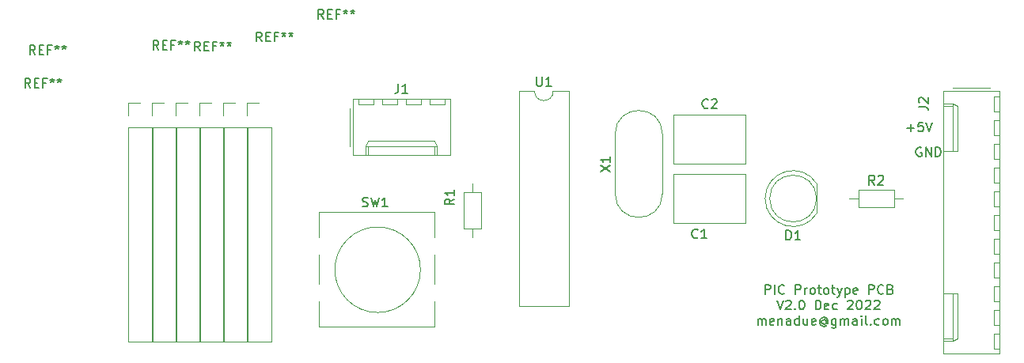
<source format=gbr>
%TF.GenerationSoftware,KiCad,Pcbnew,5.1.5+dfsg1-2build2*%
%TF.CreationDate,2022-12-31T14:04:58+00:00*%
%TF.ProjectId,pic_proto1,7069635f-7072-46f7-946f-312e6b696361,rev?*%
%TF.SameCoordinates,Original*%
%TF.FileFunction,Legend,Top*%
%TF.FilePolarity,Positive*%
%FSLAX46Y46*%
G04 Gerber Fmt 4.6, Leading zero omitted, Abs format (unit mm)*
G04 Created by KiCad (PCBNEW 5.1.5+dfsg1-2build2) date 2022-12-31 14:04:58*
%MOMM*%
%LPD*%
G04 APERTURE LIST*
%ADD10C,0.150000*%
%ADD11C,0.120000*%
G04 APERTURE END LIST*
D10*
X208026095Y-54237000D02*
X207930857Y-54189380D01*
X207788000Y-54189380D01*
X207645142Y-54237000D01*
X207549904Y-54332238D01*
X207502285Y-54427476D01*
X207454666Y-54617952D01*
X207454666Y-54760809D01*
X207502285Y-54951285D01*
X207549904Y-55046523D01*
X207645142Y-55141761D01*
X207788000Y-55189380D01*
X207883238Y-55189380D01*
X208026095Y-55141761D01*
X208073714Y-55094142D01*
X208073714Y-54760809D01*
X207883238Y-54760809D01*
X208502285Y-55189380D02*
X208502285Y-54189380D01*
X209073714Y-55189380D01*
X209073714Y-54189380D01*
X209549904Y-55189380D02*
X209549904Y-54189380D01*
X209788000Y-54189380D01*
X209930857Y-54237000D01*
X210026095Y-54332238D01*
X210073714Y-54427476D01*
X210121333Y-54617952D01*
X210121333Y-54760809D01*
X210073714Y-54951285D01*
X210026095Y-55046523D01*
X209930857Y-55141761D01*
X209788000Y-55189380D01*
X209549904Y-55189380D01*
X206486285Y-52141428D02*
X207248190Y-52141428D01*
X206867238Y-52522380D02*
X206867238Y-51760476D01*
X208200571Y-51522380D02*
X207724380Y-51522380D01*
X207676761Y-51998571D01*
X207724380Y-51950952D01*
X207819619Y-51903333D01*
X208057714Y-51903333D01*
X208152952Y-51950952D01*
X208200571Y-51998571D01*
X208248190Y-52093809D01*
X208248190Y-52331904D01*
X208200571Y-52427142D01*
X208152952Y-52474761D01*
X208057714Y-52522380D01*
X207819619Y-52522380D01*
X207724380Y-52474761D01*
X207676761Y-52427142D01*
X208533904Y-51522380D02*
X208867238Y-52522380D01*
X209200571Y-51522380D01*
X191310476Y-69922380D02*
X191310476Y-68922380D01*
X191691428Y-68922380D01*
X191786666Y-68970000D01*
X191834285Y-69017619D01*
X191881904Y-69112857D01*
X191881904Y-69255714D01*
X191834285Y-69350952D01*
X191786666Y-69398571D01*
X191691428Y-69446190D01*
X191310476Y-69446190D01*
X192310476Y-69922380D02*
X192310476Y-68922380D01*
X193358095Y-69827142D02*
X193310476Y-69874761D01*
X193167619Y-69922380D01*
X193072380Y-69922380D01*
X192929523Y-69874761D01*
X192834285Y-69779523D01*
X192786666Y-69684285D01*
X192739047Y-69493809D01*
X192739047Y-69350952D01*
X192786666Y-69160476D01*
X192834285Y-69065238D01*
X192929523Y-68970000D01*
X193072380Y-68922380D01*
X193167619Y-68922380D01*
X193310476Y-68970000D01*
X193358095Y-69017619D01*
X194548571Y-69922380D02*
X194548571Y-68922380D01*
X194929523Y-68922380D01*
X195024761Y-68970000D01*
X195072380Y-69017619D01*
X195120000Y-69112857D01*
X195120000Y-69255714D01*
X195072380Y-69350952D01*
X195024761Y-69398571D01*
X194929523Y-69446190D01*
X194548571Y-69446190D01*
X195548571Y-69922380D02*
X195548571Y-69255714D01*
X195548571Y-69446190D02*
X195596190Y-69350952D01*
X195643809Y-69303333D01*
X195739047Y-69255714D01*
X195834285Y-69255714D01*
X196310476Y-69922380D02*
X196215238Y-69874761D01*
X196167619Y-69827142D01*
X196120000Y-69731904D01*
X196120000Y-69446190D01*
X196167619Y-69350952D01*
X196215238Y-69303333D01*
X196310476Y-69255714D01*
X196453333Y-69255714D01*
X196548571Y-69303333D01*
X196596190Y-69350952D01*
X196643809Y-69446190D01*
X196643809Y-69731904D01*
X196596190Y-69827142D01*
X196548571Y-69874761D01*
X196453333Y-69922380D01*
X196310476Y-69922380D01*
X196929523Y-69255714D02*
X197310476Y-69255714D01*
X197072380Y-68922380D02*
X197072380Y-69779523D01*
X197120000Y-69874761D01*
X197215238Y-69922380D01*
X197310476Y-69922380D01*
X197786666Y-69922380D02*
X197691428Y-69874761D01*
X197643809Y-69827142D01*
X197596190Y-69731904D01*
X197596190Y-69446190D01*
X197643809Y-69350952D01*
X197691428Y-69303333D01*
X197786666Y-69255714D01*
X197929523Y-69255714D01*
X198024761Y-69303333D01*
X198072380Y-69350952D01*
X198120000Y-69446190D01*
X198120000Y-69731904D01*
X198072380Y-69827142D01*
X198024761Y-69874761D01*
X197929523Y-69922380D01*
X197786666Y-69922380D01*
X198405714Y-69255714D02*
X198786666Y-69255714D01*
X198548571Y-68922380D02*
X198548571Y-69779523D01*
X198596190Y-69874761D01*
X198691428Y-69922380D01*
X198786666Y-69922380D01*
X199024761Y-69255714D02*
X199262857Y-69922380D01*
X199500952Y-69255714D02*
X199262857Y-69922380D01*
X199167619Y-70160476D01*
X199120000Y-70208095D01*
X199024761Y-70255714D01*
X199881904Y-69255714D02*
X199881904Y-70255714D01*
X199881904Y-69303333D02*
X199977142Y-69255714D01*
X200167619Y-69255714D01*
X200262857Y-69303333D01*
X200310476Y-69350952D01*
X200358095Y-69446190D01*
X200358095Y-69731904D01*
X200310476Y-69827142D01*
X200262857Y-69874761D01*
X200167619Y-69922380D01*
X199977142Y-69922380D01*
X199881904Y-69874761D01*
X201167619Y-69874761D02*
X201072380Y-69922380D01*
X200881904Y-69922380D01*
X200786666Y-69874761D01*
X200739047Y-69779523D01*
X200739047Y-69398571D01*
X200786666Y-69303333D01*
X200881904Y-69255714D01*
X201072380Y-69255714D01*
X201167619Y-69303333D01*
X201215238Y-69398571D01*
X201215238Y-69493809D01*
X200739047Y-69589047D01*
X202405714Y-69922380D02*
X202405714Y-68922380D01*
X202786666Y-68922380D01*
X202881904Y-68970000D01*
X202929523Y-69017619D01*
X202977142Y-69112857D01*
X202977142Y-69255714D01*
X202929523Y-69350952D01*
X202881904Y-69398571D01*
X202786666Y-69446190D01*
X202405714Y-69446190D01*
X203977142Y-69827142D02*
X203929523Y-69874761D01*
X203786666Y-69922380D01*
X203691428Y-69922380D01*
X203548571Y-69874761D01*
X203453333Y-69779523D01*
X203405714Y-69684285D01*
X203358095Y-69493809D01*
X203358095Y-69350952D01*
X203405714Y-69160476D01*
X203453333Y-69065238D01*
X203548571Y-68970000D01*
X203691428Y-68922380D01*
X203786666Y-68922380D01*
X203929523Y-68970000D01*
X203977142Y-69017619D01*
X204739047Y-69398571D02*
X204881904Y-69446190D01*
X204929523Y-69493809D01*
X204977142Y-69589047D01*
X204977142Y-69731904D01*
X204929523Y-69827142D01*
X204881904Y-69874761D01*
X204786666Y-69922380D01*
X204405714Y-69922380D01*
X204405714Y-68922380D01*
X204739047Y-68922380D01*
X204834285Y-68970000D01*
X204881904Y-69017619D01*
X204929523Y-69112857D01*
X204929523Y-69208095D01*
X204881904Y-69303333D01*
X204834285Y-69350952D01*
X204739047Y-69398571D01*
X204405714Y-69398571D01*
X192572380Y-70572380D02*
X192905714Y-71572380D01*
X193239047Y-70572380D01*
X193524761Y-70667619D02*
X193572380Y-70620000D01*
X193667619Y-70572380D01*
X193905714Y-70572380D01*
X194000952Y-70620000D01*
X194048571Y-70667619D01*
X194096190Y-70762857D01*
X194096190Y-70858095D01*
X194048571Y-71000952D01*
X193477142Y-71572380D01*
X194096190Y-71572380D01*
X194524761Y-71477142D02*
X194572380Y-71524761D01*
X194524761Y-71572380D01*
X194477142Y-71524761D01*
X194524761Y-71477142D01*
X194524761Y-71572380D01*
X195191428Y-70572380D02*
X195286666Y-70572380D01*
X195381904Y-70620000D01*
X195429523Y-70667619D01*
X195477142Y-70762857D01*
X195524761Y-70953333D01*
X195524761Y-71191428D01*
X195477142Y-71381904D01*
X195429523Y-71477142D01*
X195381904Y-71524761D01*
X195286666Y-71572380D01*
X195191428Y-71572380D01*
X195096190Y-71524761D01*
X195048571Y-71477142D01*
X195000952Y-71381904D01*
X194953333Y-71191428D01*
X194953333Y-70953333D01*
X195000952Y-70762857D01*
X195048571Y-70667619D01*
X195096190Y-70620000D01*
X195191428Y-70572380D01*
X196715238Y-71572380D02*
X196715238Y-70572380D01*
X196953333Y-70572380D01*
X197096190Y-70620000D01*
X197191428Y-70715238D01*
X197239047Y-70810476D01*
X197286666Y-71000952D01*
X197286666Y-71143809D01*
X197239047Y-71334285D01*
X197191428Y-71429523D01*
X197096190Y-71524761D01*
X196953333Y-71572380D01*
X196715238Y-71572380D01*
X198096190Y-71524761D02*
X198000952Y-71572380D01*
X197810476Y-71572380D01*
X197715238Y-71524761D01*
X197667619Y-71429523D01*
X197667619Y-71048571D01*
X197715238Y-70953333D01*
X197810476Y-70905714D01*
X198000952Y-70905714D01*
X198096190Y-70953333D01*
X198143809Y-71048571D01*
X198143809Y-71143809D01*
X197667619Y-71239047D01*
X199000952Y-71524761D02*
X198905714Y-71572380D01*
X198715238Y-71572380D01*
X198620000Y-71524761D01*
X198572380Y-71477142D01*
X198524761Y-71381904D01*
X198524761Y-71096190D01*
X198572380Y-71000952D01*
X198620000Y-70953333D01*
X198715238Y-70905714D01*
X198905714Y-70905714D01*
X199000952Y-70953333D01*
X200143809Y-70667619D02*
X200191428Y-70620000D01*
X200286666Y-70572380D01*
X200524761Y-70572380D01*
X200620000Y-70620000D01*
X200667619Y-70667619D01*
X200715238Y-70762857D01*
X200715238Y-70858095D01*
X200667619Y-71000952D01*
X200096190Y-71572380D01*
X200715238Y-71572380D01*
X201334285Y-70572380D02*
X201429523Y-70572380D01*
X201524761Y-70620000D01*
X201572380Y-70667619D01*
X201620000Y-70762857D01*
X201667619Y-70953333D01*
X201667619Y-71191428D01*
X201620000Y-71381904D01*
X201572380Y-71477142D01*
X201524761Y-71524761D01*
X201429523Y-71572380D01*
X201334285Y-71572380D01*
X201239047Y-71524761D01*
X201191428Y-71477142D01*
X201143809Y-71381904D01*
X201096190Y-71191428D01*
X201096190Y-70953333D01*
X201143809Y-70762857D01*
X201191428Y-70667619D01*
X201239047Y-70620000D01*
X201334285Y-70572380D01*
X202048571Y-70667619D02*
X202096190Y-70620000D01*
X202191428Y-70572380D01*
X202429523Y-70572380D01*
X202524761Y-70620000D01*
X202572380Y-70667619D01*
X202620000Y-70762857D01*
X202620000Y-70858095D01*
X202572380Y-71000952D01*
X202000952Y-71572380D01*
X202620000Y-71572380D01*
X203000952Y-70667619D02*
X203048571Y-70620000D01*
X203143809Y-70572380D01*
X203381904Y-70572380D01*
X203477142Y-70620000D01*
X203524761Y-70667619D01*
X203572380Y-70762857D01*
X203572380Y-70858095D01*
X203524761Y-71000952D01*
X202953333Y-71572380D01*
X203572380Y-71572380D01*
X190524761Y-73222380D02*
X190524761Y-72555714D01*
X190524761Y-72650952D02*
X190572380Y-72603333D01*
X190667619Y-72555714D01*
X190810476Y-72555714D01*
X190905714Y-72603333D01*
X190953333Y-72698571D01*
X190953333Y-73222380D01*
X190953333Y-72698571D02*
X191000952Y-72603333D01*
X191096190Y-72555714D01*
X191239047Y-72555714D01*
X191334285Y-72603333D01*
X191381904Y-72698571D01*
X191381904Y-73222380D01*
X192239047Y-73174761D02*
X192143809Y-73222380D01*
X191953333Y-73222380D01*
X191858095Y-73174761D01*
X191810476Y-73079523D01*
X191810476Y-72698571D01*
X191858095Y-72603333D01*
X191953333Y-72555714D01*
X192143809Y-72555714D01*
X192239047Y-72603333D01*
X192286666Y-72698571D01*
X192286666Y-72793809D01*
X191810476Y-72889047D01*
X192715238Y-72555714D02*
X192715238Y-73222380D01*
X192715238Y-72650952D02*
X192762857Y-72603333D01*
X192858095Y-72555714D01*
X193000952Y-72555714D01*
X193096190Y-72603333D01*
X193143809Y-72698571D01*
X193143809Y-73222380D01*
X194048571Y-73222380D02*
X194048571Y-72698571D01*
X194000952Y-72603333D01*
X193905714Y-72555714D01*
X193715238Y-72555714D01*
X193620000Y-72603333D01*
X194048571Y-73174761D02*
X193953333Y-73222380D01*
X193715238Y-73222380D01*
X193620000Y-73174761D01*
X193572380Y-73079523D01*
X193572380Y-72984285D01*
X193620000Y-72889047D01*
X193715238Y-72841428D01*
X193953333Y-72841428D01*
X194048571Y-72793809D01*
X194953333Y-73222380D02*
X194953333Y-72222380D01*
X194953333Y-73174761D02*
X194858095Y-73222380D01*
X194667619Y-73222380D01*
X194572380Y-73174761D01*
X194524761Y-73127142D01*
X194477142Y-73031904D01*
X194477142Y-72746190D01*
X194524761Y-72650952D01*
X194572380Y-72603333D01*
X194667619Y-72555714D01*
X194858095Y-72555714D01*
X194953333Y-72603333D01*
X195858095Y-72555714D02*
X195858095Y-73222380D01*
X195429523Y-72555714D02*
X195429523Y-73079523D01*
X195477142Y-73174761D01*
X195572380Y-73222380D01*
X195715238Y-73222380D01*
X195810476Y-73174761D01*
X195858095Y-73127142D01*
X196715238Y-73174761D02*
X196620000Y-73222380D01*
X196429523Y-73222380D01*
X196334285Y-73174761D01*
X196286666Y-73079523D01*
X196286666Y-72698571D01*
X196334285Y-72603333D01*
X196429523Y-72555714D01*
X196620000Y-72555714D01*
X196715238Y-72603333D01*
X196762857Y-72698571D01*
X196762857Y-72793809D01*
X196286666Y-72889047D01*
X197810476Y-72746190D02*
X197762857Y-72698571D01*
X197667619Y-72650952D01*
X197572380Y-72650952D01*
X197477142Y-72698571D01*
X197429523Y-72746190D01*
X197381904Y-72841428D01*
X197381904Y-72936666D01*
X197429523Y-73031904D01*
X197477142Y-73079523D01*
X197572380Y-73127142D01*
X197667619Y-73127142D01*
X197762857Y-73079523D01*
X197810476Y-73031904D01*
X197810476Y-72650952D02*
X197810476Y-73031904D01*
X197858095Y-73079523D01*
X197905714Y-73079523D01*
X198000952Y-73031904D01*
X198048571Y-72936666D01*
X198048571Y-72698571D01*
X197953333Y-72555714D01*
X197810476Y-72460476D01*
X197620000Y-72412857D01*
X197429523Y-72460476D01*
X197286666Y-72555714D01*
X197191428Y-72698571D01*
X197143809Y-72889047D01*
X197191428Y-73079523D01*
X197286666Y-73222380D01*
X197429523Y-73317619D01*
X197620000Y-73365238D01*
X197810476Y-73317619D01*
X197953333Y-73222380D01*
X198905714Y-72555714D02*
X198905714Y-73365238D01*
X198858095Y-73460476D01*
X198810476Y-73508095D01*
X198715238Y-73555714D01*
X198572380Y-73555714D01*
X198477142Y-73508095D01*
X198905714Y-73174761D02*
X198810476Y-73222380D01*
X198620000Y-73222380D01*
X198524761Y-73174761D01*
X198477142Y-73127142D01*
X198429523Y-73031904D01*
X198429523Y-72746190D01*
X198477142Y-72650952D01*
X198524761Y-72603333D01*
X198620000Y-72555714D01*
X198810476Y-72555714D01*
X198905714Y-72603333D01*
X199381904Y-73222380D02*
X199381904Y-72555714D01*
X199381904Y-72650952D02*
X199429523Y-72603333D01*
X199524761Y-72555714D01*
X199667619Y-72555714D01*
X199762857Y-72603333D01*
X199810476Y-72698571D01*
X199810476Y-73222380D01*
X199810476Y-72698571D02*
X199858095Y-72603333D01*
X199953333Y-72555714D01*
X200096190Y-72555714D01*
X200191428Y-72603333D01*
X200239047Y-72698571D01*
X200239047Y-73222380D01*
X201143809Y-73222380D02*
X201143809Y-72698571D01*
X201096190Y-72603333D01*
X201000952Y-72555714D01*
X200810476Y-72555714D01*
X200715238Y-72603333D01*
X201143809Y-73174761D02*
X201048571Y-73222380D01*
X200810476Y-73222380D01*
X200715238Y-73174761D01*
X200667619Y-73079523D01*
X200667619Y-72984285D01*
X200715238Y-72889047D01*
X200810476Y-72841428D01*
X201048571Y-72841428D01*
X201143809Y-72793809D01*
X201620000Y-73222380D02*
X201620000Y-72555714D01*
X201620000Y-72222380D02*
X201572380Y-72270000D01*
X201620000Y-72317619D01*
X201667619Y-72270000D01*
X201620000Y-72222380D01*
X201620000Y-72317619D01*
X202239047Y-73222380D02*
X202143809Y-73174761D01*
X202096190Y-73079523D01*
X202096190Y-72222380D01*
X202620000Y-73127142D02*
X202667619Y-73174761D01*
X202620000Y-73222380D01*
X202572380Y-73174761D01*
X202620000Y-73127142D01*
X202620000Y-73222380D01*
X203524761Y-73174761D02*
X203429523Y-73222380D01*
X203239047Y-73222380D01*
X203143809Y-73174761D01*
X203096190Y-73127142D01*
X203048571Y-73031904D01*
X203048571Y-72746190D01*
X203096190Y-72650952D01*
X203143809Y-72603333D01*
X203239047Y-72555714D01*
X203429523Y-72555714D01*
X203524761Y-72603333D01*
X204096190Y-73222380D02*
X204000952Y-73174761D01*
X203953333Y-73127142D01*
X203905714Y-73031904D01*
X203905714Y-72746190D01*
X203953333Y-72650952D01*
X204000952Y-72603333D01*
X204096190Y-72555714D01*
X204239047Y-72555714D01*
X204334285Y-72603333D01*
X204381904Y-72650952D01*
X204429523Y-72746190D01*
X204429523Y-73031904D01*
X204381904Y-73127142D01*
X204334285Y-73174761D01*
X204239047Y-73222380D01*
X204096190Y-73222380D01*
X204858095Y-73222380D02*
X204858095Y-72555714D01*
X204858095Y-72650952D02*
X204905714Y-72603333D01*
X205000952Y-72555714D01*
X205143809Y-72555714D01*
X205239047Y-72603333D01*
X205286666Y-72698571D01*
X205286666Y-73222380D01*
X205286666Y-72698571D02*
X205334285Y-72603333D01*
X205429523Y-72555714D01*
X205572380Y-72555714D01*
X205667619Y-72603333D01*
X205715238Y-72698571D01*
X205715238Y-73222380D01*
D11*
%TO.C,REF\002A\002A*%
X135830000Y-74990000D02*
X138490000Y-74990000D01*
X135830000Y-52070000D02*
X135830000Y-74990000D01*
X138490000Y-52070000D02*
X138490000Y-74990000D01*
X135830000Y-52070000D02*
X138490000Y-52070000D01*
X135830000Y-50800000D02*
X135830000Y-49470000D01*
X135830000Y-49470000D02*
X137160000Y-49470000D01*
X133290000Y-74990000D02*
X135950000Y-74990000D01*
X133290000Y-52070000D02*
X133290000Y-74990000D01*
X135950000Y-52070000D02*
X135950000Y-74990000D01*
X133290000Y-52070000D02*
X135950000Y-52070000D01*
X133290000Y-50800000D02*
X133290000Y-49470000D01*
X133290000Y-49470000D02*
X134620000Y-49470000D01*
X130750000Y-74990000D02*
X133410000Y-74990000D01*
X130750000Y-52070000D02*
X130750000Y-74990000D01*
X133410000Y-52070000D02*
X133410000Y-74990000D01*
X130750000Y-52070000D02*
X133410000Y-52070000D01*
X130750000Y-50800000D02*
X130750000Y-49470000D01*
X130750000Y-49470000D02*
X132080000Y-49470000D01*
X128210000Y-74990000D02*
X130870000Y-74990000D01*
X128210000Y-52070000D02*
X128210000Y-74990000D01*
X130870000Y-52070000D02*
X130870000Y-74990000D01*
X128210000Y-52070000D02*
X130870000Y-52070000D01*
X128210000Y-50800000D02*
X128210000Y-49470000D01*
X128210000Y-49470000D02*
X129540000Y-49470000D01*
X125670000Y-49470000D02*
X127000000Y-49470000D01*
X125670000Y-50800000D02*
X125670000Y-49470000D01*
X125670000Y-52070000D02*
X128330000Y-52070000D01*
X128330000Y-52070000D02*
X128330000Y-74990000D01*
X125670000Y-52070000D02*
X125670000Y-74990000D01*
X125670000Y-74990000D02*
X128330000Y-74990000D01*
X123130000Y-49470000D02*
X124460000Y-49470000D01*
X123130000Y-50800000D02*
X123130000Y-49470000D01*
X123130000Y-52070000D02*
X125790000Y-52070000D01*
X125790000Y-52070000D02*
X125790000Y-74990000D01*
X123130000Y-52070000D02*
X123130000Y-74990000D01*
X123130000Y-74990000D02*
X125790000Y-74990000D01*
%TO.C,X1*%
X180325000Y-52780000D02*
G75*
G03X175275000Y-52780000I-2525000J0D01*
G01*
X180325000Y-59180000D02*
G75*
G02X175275000Y-59180000I-2525000J0D01*
G01*
X175275000Y-59180000D02*
X175275000Y-52780000D01*
X180325000Y-59180000D02*
X180325000Y-52780000D01*
%TO.C,U1*%
X168640000Y-48200000D02*
G75*
G02X166640000Y-48200000I-1000000J0D01*
G01*
X166640000Y-48200000D02*
X164990000Y-48200000D01*
X164990000Y-48200000D02*
X164990000Y-71180000D01*
X164990000Y-71180000D02*
X170290000Y-71180000D01*
X170290000Y-71180000D02*
X170290000Y-48200000D01*
X170290000Y-48200000D02*
X168640000Y-48200000D01*
%TO.C,SW1*%
X143610000Y-61120000D02*
X155910000Y-61120000D01*
X155910000Y-65700000D02*
X155910000Y-68840000D01*
X155910000Y-73420000D02*
X143610000Y-73420000D01*
X143610000Y-63840000D02*
X143610000Y-61120000D01*
X154439050Y-67310000D02*
G75*
G03X154439050Y-67310000I-4579050J0D01*
G01*
X143610000Y-73420000D02*
X143610000Y-70700000D01*
X143610000Y-68840000D02*
X143610000Y-65700000D01*
X155910000Y-70700000D02*
X155910000Y-73420000D01*
X155910000Y-61120000D02*
X155910000Y-63840000D01*
%TO.C,R2*%
X201280000Y-58770000D02*
X201280000Y-60610000D01*
X201280000Y-60610000D02*
X205120000Y-60610000D01*
X205120000Y-60610000D02*
X205120000Y-58770000D01*
X205120000Y-58770000D02*
X201280000Y-58770000D01*
X200330000Y-59690000D02*
X201280000Y-59690000D01*
X206070000Y-59690000D02*
X205120000Y-59690000D01*
%TO.C,R1*%
X159100000Y-62880000D02*
X160940000Y-62880000D01*
X160940000Y-62880000D02*
X160940000Y-59040000D01*
X160940000Y-59040000D02*
X159100000Y-59040000D01*
X159100000Y-59040000D02*
X159100000Y-62880000D01*
X160020000Y-63830000D02*
X160020000Y-62880000D01*
X160020000Y-58090000D02*
X160020000Y-59040000D01*
%TO.C,J2*%
X216390000Y-48150000D02*
X210370000Y-48150000D01*
X210370000Y-48150000D02*
X210370000Y-76310000D01*
X210370000Y-76310000D02*
X216390000Y-76310000D01*
X216390000Y-76310000D02*
X216390000Y-48150000D01*
X215360000Y-47860000D02*
X211360000Y-47860000D01*
X210370000Y-49530000D02*
X211370000Y-49530000D01*
X211370000Y-49530000D02*
X211370000Y-54610000D01*
X211370000Y-54610000D02*
X210370000Y-54610000D01*
X211370000Y-49530000D02*
X211900000Y-49780000D01*
X211900000Y-49780000D02*
X211900000Y-54610000D01*
X211900000Y-54610000D02*
X211370000Y-54610000D01*
X210370000Y-49780000D02*
X211370000Y-49780000D01*
X210370000Y-74930000D02*
X211370000Y-74930000D01*
X211370000Y-74930000D02*
X211370000Y-69850000D01*
X211370000Y-69850000D02*
X210370000Y-69850000D01*
X211370000Y-74930000D02*
X211900000Y-74680000D01*
X211900000Y-74680000D02*
X211900000Y-69850000D01*
X211900000Y-69850000D02*
X211370000Y-69850000D01*
X210370000Y-74680000D02*
X211370000Y-74680000D01*
X216390000Y-48730000D02*
X215790000Y-48730000D01*
X215790000Y-48730000D02*
X215790000Y-50330000D01*
X215790000Y-50330000D02*
X216390000Y-50330000D01*
X216390000Y-51270000D02*
X215790000Y-51270000D01*
X215790000Y-51270000D02*
X215790000Y-52870000D01*
X215790000Y-52870000D02*
X216390000Y-52870000D01*
X216390000Y-53810000D02*
X215790000Y-53810000D01*
X215790000Y-53810000D02*
X215790000Y-55410000D01*
X215790000Y-55410000D02*
X216390000Y-55410000D01*
X216390000Y-56350000D02*
X215790000Y-56350000D01*
X215790000Y-56350000D02*
X215790000Y-57950000D01*
X215790000Y-57950000D02*
X216390000Y-57950000D01*
X216390000Y-58890000D02*
X215790000Y-58890000D01*
X215790000Y-58890000D02*
X215790000Y-60490000D01*
X215790000Y-60490000D02*
X216390000Y-60490000D01*
X216390000Y-61430000D02*
X215790000Y-61430000D01*
X215790000Y-61430000D02*
X215790000Y-63030000D01*
X215790000Y-63030000D02*
X216390000Y-63030000D01*
X216390000Y-63970000D02*
X215790000Y-63970000D01*
X215790000Y-63970000D02*
X215790000Y-65570000D01*
X215790000Y-65570000D02*
X216390000Y-65570000D01*
X216390000Y-66510000D02*
X215790000Y-66510000D01*
X215790000Y-66510000D02*
X215790000Y-68110000D01*
X215790000Y-68110000D02*
X216390000Y-68110000D01*
X216390000Y-69050000D02*
X215790000Y-69050000D01*
X215790000Y-69050000D02*
X215790000Y-70650000D01*
X215790000Y-70650000D02*
X216390000Y-70650000D01*
X216390000Y-71590000D02*
X215790000Y-71590000D01*
X215790000Y-71590000D02*
X215790000Y-73190000D01*
X215790000Y-73190000D02*
X216390000Y-73190000D01*
X216390000Y-74130000D02*
X215790000Y-74130000D01*
X215790000Y-74130000D02*
X215790000Y-75730000D01*
X215790000Y-75730000D02*
X216390000Y-75730000D01*
%TO.C,J1*%
X147210000Y-49040000D02*
X147210000Y-55060000D01*
X147210000Y-55060000D02*
X157590000Y-55060000D01*
X157590000Y-55060000D02*
X157590000Y-49040000D01*
X157590000Y-49040000D02*
X147210000Y-49040000D01*
X146920000Y-50070000D02*
X146920000Y-54070000D01*
X148590000Y-55060000D02*
X148590000Y-54060000D01*
X148590000Y-54060000D02*
X156210000Y-54060000D01*
X156210000Y-54060000D02*
X156210000Y-55060000D01*
X148590000Y-54060000D02*
X148840000Y-53530000D01*
X148840000Y-53530000D02*
X155960000Y-53530000D01*
X155960000Y-53530000D02*
X156210000Y-54060000D01*
X148840000Y-55060000D02*
X148840000Y-54060000D01*
X155960000Y-55060000D02*
X155960000Y-54060000D01*
X147790000Y-49040000D02*
X147790000Y-49640000D01*
X147790000Y-49640000D02*
X149390000Y-49640000D01*
X149390000Y-49640000D02*
X149390000Y-49040000D01*
X150330000Y-49040000D02*
X150330000Y-49640000D01*
X150330000Y-49640000D02*
X151930000Y-49640000D01*
X151930000Y-49640000D02*
X151930000Y-49040000D01*
X152870000Y-49040000D02*
X152870000Y-49640000D01*
X152870000Y-49640000D02*
X154470000Y-49640000D01*
X154470000Y-49640000D02*
X154470000Y-49040000D01*
X155410000Y-49040000D02*
X155410000Y-49640000D01*
X155410000Y-49640000D02*
X157010000Y-49640000D01*
X157010000Y-49640000D02*
X157010000Y-49040000D01*
%TO.C,D1*%
X191320000Y-59690462D02*
G75*
G02X196870000Y-58145170I2990000J462D01*
G01*
X191320000Y-59689538D02*
G75*
G03X196870000Y-61234830I2990000J-462D01*
G01*
X196810000Y-59690000D02*
G75*
G03X196810000Y-59690000I-2500000J0D01*
G01*
X196870000Y-61235000D02*
X196870000Y-58145000D01*
%TO.C,C2*%
X181510000Y-50720000D02*
X189250000Y-50720000D01*
X181510000Y-55960000D02*
X189250000Y-55960000D01*
X181510000Y-50720000D02*
X181510000Y-55960000D01*
X189250000Y-50720000D02*
X189250000Y-55960000D01*
%TO.C,C1*%
X181510000Y-57070000D02*
X189250000Y-57070000D01*
X181510000Y-62310000D02*
X189250000Y-62310000D01*
X181510000Y-57070000D02*
X181510000Y-62310000D01*
X189250000Y-57070000D02*
X189250000Y-62310000D01*
%TO.C,REF\002A\002A*%
D10*
X144081666Y-40457380D02*
X143748333Y-39981190D01*
X143510238Y-40457380D02*
X143510238Y-39457380D01*
X143891190Y-39457380D01*
X143986428Y-39505000D01*
X144034047Y-39552619D01*
X144081666Y-39647857D01*
X144081666Y-39790714D01*
X144034047Y-39885952D01*
X143986428Y-39933571D01*
X143891190Y-39981190D01*
X143510238Y-39981190D01*
X144510238Y-39933571D02*
X144843571Y-39933571D01*
X144986428Y-40457380D02*
X144510238Y-40457380D01*
X144510238Y-39457380D01*
X144986428Y-39457380D01*
X145748333Y-39933571D02*
X145415000Y-39933571D01*
X145415000Y-40457380D02*
X145415000Y-39457380D01*
X145891190Y-39457380D01*
X146415000Y-39457380D02*
X146415000Y-39695476D01*
X146176904Y-39600238D02*
X146415000Y-39695476D01*
X146653095Y-39600238D01*
X146272142Y-39885952D02*
X146415000Y-39695476D01*
X146557857Y-39885952D01*
X147176904Y-39457380D02*
X147176904Y-39695476D01*
X146938809Y-39600238D02*
X147176904Y-39695476D01*
X147415000Y-39600238D01*
X147034047Y-39885952D02*
X147176904Y-39695476D01*
X147319761Y-39885952D01*
X137477666Y-42870380D02*
X137144333Y-42394190D01*
X136906238Y-42870380D02*
X136906238Y-41870380D01*
X137287190Y-41870380D01*
X137382428Y-41918000D01*
X137430047Y-41965619D01*
X137477666Y-42060857D01*
X137477666Y-42203714D01*
X137430047Y-42298952D01*
X137382428Y-42346571D01*
X137287190Y-42394190D01*
X136906238Y-42394190D01*
X137906238Y-42346571D02*
X138239571Y-42346571D01*
X138382428Y-42870380D02*
X137906238Y-42870380D01*
X137906238Y-41870380D01*
X138382428Y-41870380D01*
X139144333Y-42346571D02*
X138811000Y-42346571D01*
X138811000Y-42870380D02*
X138811000Y-41870380D01*
X139287190Y-41870380D01*
X139811000Y-41870380D02*
X139811000Y-42108476D01*
X139572904Y-42013238D02*
X139811000Y-42108476D01*
X140049095Y-42013238D01*
X139668142Y-42298952D02*
X139811000Y-42108476D01*
X139953857Y-42298952D01*
X140572904Y-41870380D02*
X140572904Y-42108476D01*
X140334809Y-42013238D02*
X140572904Y-42108476D01*
X140811000Y-42013238D01*
X140430047Y-42298952D02*
X140572904Y-42108476D01*
X140715761Y-42298952D01*
X130873666Y-43886380D02*
X130540333Y-43410190D01*
X130302238Y-43886380D02*
X130302238Y-42886380D01*
X130683190Y-42886380D01*
X130778428Y-42934000D01*
X130826047Y-42981619D01*
X130873666Y-43076857D01*
X130873666Y-43219714D01*
X130826047Y-43314952D01*
X130778428Y-43362571D01*
X130683190Y-43410190D01*
X130302238Y-43410190D01*
X131302238Y-43362571D02*
X131635571Y-43362571D01*
X131778428Y-43886380D02*
X131302238Y-43886380D01*
X131302238Y-42886380D01*
X131778428Y-42886380D01*
X132540333Y-43362571D02*
X132207000Y-43362571D01*
X132207000Y-43886380D02*
X132207000Y-42886380D01*
X132683190Y-42886380D01*
X133207000Y-42886380D02*
X133207000Y-43124476D01*
X132968904Y-43029238D02*
X133207000Y-43124476D01*
X133445095Y-43029238D01*
X133064142Y-43314952D02*
X133207000Y-43124476D01*
X133349857Y-43314952D01*
X133968904Y-42886380D02*
X133968904Y-43124476D01*
X133730809Y-43029238D02*
X133968904Y-43124476D01*
X134207000Y-43029238D01*
X133826047Y-43314952D02*
X133968904Y-43124476D01*
X134111761Y-43314952D01*
X126428666Y-43759380D02*
X126095333Y-43283190D01*
X125857238Y-43759380D02*
X125857238Y-42759380D01*
X126238190Y-42759380D01*
X126333428Y-42807000D01*
X126381047Y-42854619D01*
X126428666Y-42949857D01*
X126428666Y-43092714D01*
X126381047Y-43187952D01*
X126333428Y-43235571D01*
X126238190Y-43283190D01*
X125857238Y-43283190D01*
X126857238Y-43235571D02*
X127190571Y-43235571D01*
X127333428Y-43759380D02*
X126857238Y-43759380D01*
X126857238Y-42759380D01*
X127333428Y-42759380D01*
X128095333Y-43235571D02*
X127762000Y-43235571D01*
X127762000Y-43759380D02*
X127762000Y-42759380D01*
X128238190Y-42759380D01*
X128762000Y-42759380D02*
X128762000Y-42997476D01*
X128523904Y-42902238D02*
X128762000Y-42997476D01*
X129000095Y-42902238D01*
X128619142Y-43187952D02*
X128762000Y-42997476D01*
X128904857Y-43187952D01*
X129523904Y-42759380D02*
X129523904Y-42997476D01*
X129285809Y-42902238D02*
X129523904Y-42997476D01*
X129762000Y-42902238D01*
X129381047Y-43187952D02*
X129523904Y-42997476D01*
X129666761Y-43187952D01*
X113220666Y-44267380D02*
X112887333Y-43791190D01*
X112649238Y-44267380D02*
X112649238Y-43267380D01*
X113030190Y-43267380D01*
X113125428Y-43315000D01*
X113173047Y-43362619D01*
X113220666Y-43457857D01*
X113220666Y-43600714D01*
X113173047Y-43695952D01*
X113125428Y-43743571D01*
X113030190Y-43791190D01*
X112649238Y-43791190D01*
X113649238Y-43743571D02*
X113982571Y-43743571D01*
X114125428Y-44267380D02*
X113649238Y-44267380D01*
X113649238Y-43267380D01*
X114125428Y-43267380D01*
X114887333Y-43743571D02*
X114554000Y-43743571D01*
X114554000Y-44267380D02*
X114554000Y-43267380D01*
X115030190Y-43267380D01*
X115554000Y-43267380D02*
X115554000Y-43505476D01*
X115315904Y-43410238D02*
X115554000Y-43505476D01*
X115792095Y-43410238D01*
X115411142Y-43695952D02*
X115554000Y-43505476D01*
X115696857Y-43695952D01*
X116315904Y-43267380D02*
X116315904Y-43505476D01*
X116077809Y-43410238D02*
X116315904Y-43505476D01*
X116554000Y-43410238D01*
X116173047Y-43695952D02*
X116315904Y-43505476D01*
X116458761Y-43695952D01*
X112712666Y-47823380D02*
X112379333Y-47347190D01*
X112141238Y-47823380D02*
X112141238Y-46823380D01*
X112522190Y-46823380D01*
X112617428Y-46871000D01*
X112665047Y-46918619D01*
X112712666Y-47013857D01*
X112712666Y-47156714D01*
X112665047Y-47251952D01*
X112617428Y-47299571D01*
X112522190Y-47347190D01*
X112141238Y-47347190D01*
X113141238Y-47299571D02*
X113474571Y-47299571D01*
X113617428Y-47823380D02*
X113141238Y-47823380D01*
X113141238Y-46823380D01*
X113617428Y-46823380D01*
X114379333Y-47299571D02*
X114046000Y-47299571D01*
X114046000Y-47823380D02*
X114046000Y-46823380D01*
X114522190Y-46823380D01*
X115046000Y-46823380D02*
X115046000Y-47061476D01*
X114807904Y-46966238D02*
X115046000Y-47061476D01*
X115284095Y-46966238D01*
X114903142Y-47251952D02*
X115046000Y-47061476D01*
X115188857Y-47251952D01*
X115807904Y-46823380D02*
X115807904Y-47061476D01*
X115569809Y-46966238D02*
X115807904Y-47061476D01*
X116046000Y-46966238D01*
X115665047Y-47251952D02*
X115807904Y-47061476D01*
X115950761Y-47251952D01*
%TO.C,X1*%
X173727380Y-56789523D02*
X174727380Y-56122857D01*
X173727380Y-56122857D02*
X174727380Y-56789523D01*
X174727380Y-55218095D02*
X174727380Y-55789523D01*
X174727380Y-55503809D02*
X173727380Y-55503809D01*
X173870238Y-55599047D01*
X173965476Y-55694285D01*
X174013095Y-55789523D01*
%TO.C,U1*%
X166878095Y-46652380D02*
X166878095Y-47461904D01*
X166925714Y-47557142D01*
X166973333Y-47604761D01*
X167068571Y-47652380D01*
X167259047Y-47652380D01*
X167354285Y-47604761D01*
X167401904Y-47557142D01*
X167449523Y-47461904D01*
X167449523Y-46652380D01*
X168449523Y-47652380D02*
X167878095Y-47652380D01*
X168163809Y-47652380D02*
X168163809Y-46652380D01*
X168068571Y-46795238D01*
X167973333Y-46890476D01*
X167878095Y-46938095D01*
%TO.C,SW1*%
X148256666Y-60514761D02*
X148399523Y-60562380D01*
X148637619Y-60562380D01*
X148732857Y-60514761D01*
X148780476Y-60467142D01*
X148828095Y-60371904D01*
X148828095Y-60276666D01*
X148780476Y-60181428D01*
X148732857Y-60133809D01*
X148637619Y-60086190D01*
X148447142Y-60038571D01*
X148351904Y-59990952D01*
X148304285Y-59943333D01*
X148256666Y-59848095D01*
X148256666Y-59752857D01*
X148304285Y-59657619D01*
X148351904Y-59610000D01*
X148447142Y-59562380D01*
X148685238Y-59562380D01*
X148828095Y-59610000D01*
X149161428Y-59562380D02*
X149399523Y-60562380D01*
X149590000Y-59848095D01*
X149780476Y-60562380D01*
X150018571Y-59562380D01*
X150923333Y-60562380D02*
X150351904Y-60562380D01*
X150637619Y-60562380D02*
X150637619Y-59562380D01*
X150542380Y-59705238D01*
X150447142Y-59800476D01*
X150351904Y-59848095D01*
%TO.C,R2*%
X203033333Y-58222380D02*
X202700000Y-57746190D01*
X202461904Y-58222380D02*
X202461904Y-57222380D01*
X202842857Y-57222380D01*
X202938095Y-57270000D01*
X202985714Y-57317619D01*
X203033333Y-57412857D01*
X203033333Y-57555714D01*
X202985714Y-57650952D01*
X202938095Y-57698571D01*
X202842857Y-57746190D01*
X202461904Y-57746190D01*
X203414285Y-57317619D02*
X203461904Y-57270000D01*
X203557142Y-57222380D01*
X203795238Y-57222380D01*
X203890476Y-57270000D01*
X203938095Y-57317619D01*
X203985714Y-57412857D01*
X203985714Y-57508095D01*
X203938095Y-57650952D01*
X203366666Y-58222380D01*
X203985714Y-58222380D01*
%TO.C,R1*%
X158059380Y-59729666D02*
X157583190Y-60063000D01*
X158059380Y-60301095D02*
X157059380Y-60301095D01*
X157059380Y-59920142D01*
X157107000Y-59824904D01*
X157154619Y-59777285D01*
X157249857Y-59729666D01*
X157392714Y-59729666D01*
X157487952Y-59777285D01*
X157535571Y-59824904D01*
X157583190Y-59920142D01*
X157583190Y-60301095D01*
X158059380Y-58777285D02*
X158059380Y-59348714D01*
X158059380Y-59063000D02*
X157059380Y-59063000D01*
X157202238Y-59158238D01*
X157297476Y-59253476D01*
X157345095Y-59348714D01*
%TO.C,J2*%
X207732380Y-49863333D02*
X208446666Y-49863333D01*
X208589523Y-49910952D01*
X208684761Y-50006190D01*
X208732380Y-50149047D01*
X208732380Y-50244285D01*
X207827619Y-49434761D02*
X207780000Y-49387142D01*
X207732380Y-49291904D01*
X207732380Y-49053809D01*
X207780000Y-48958571D01*
X207827619Y-48910952D01*
X207922857Y-48863333D01*
X208018095Y-48863333D01*
X208160952Y-48910952D01*
X208732380Y-49482380D01*
X208732380Y-48863333D01*
%TO.C,J1*%
X152066666Y-47402380D02*
X152066666Y-48116666D01*
X152019047Y-48259523D01*
X151923809Y-48354761D01*
X151780952Y-48402380D01*
X151685714Y-48402380D01*
X153066666Y-48402380D02*
X152495238Y-48402380D01*
X152780952Y-48402380D02*
X152780952Y-47402380D01*
X152685714Y-47545238D01*
X152590476Y-47640476D01*
X152495238Y-47688095D01*
%TO.C,D1*%
X193571904Y-64102380D02*
X193571904Y-63102380D01*
X193810000Y-63102380D01*
X193952857Y-63150000D01*
X194048095Y-63245238D01*
X194095714Y-63340476D01*
X194143333Y-63530952D01*
X194143333Y-63673809D01*
X194095714Y-63864285D01*
X194048095Y-63959523D01*
X193952857Y-64054761D01*
X193810000Y-64102380D01*
X193571904Y-64102380D01*
X195095714Y-64102380D02*
X194524285Y-64102380D01*
X194810000Y-64102380D02*
X194810000Y-63102380D01*
X194714761Y-63245238D01*
X194619523Y-63340476D01*
X194524285Y-63388095D01*
%TO.C,C2*%
X185213333Y-49947142D02*
X185165714Y-49994761D01*
X185022857Y-50042380D01*
X184927619Y-50042380D01*
X184784761Y-49994761D01*
X184689523Y-49899523D01*
X184641904Y-49804285D01*
X184594285Y-49613809D01*
X184594285Y-49470952D01*
X184641904Y-49280476D01*
X184689523Y-49185238D01*
X184784761Y-49090000D01*
X184927619Y-49042380D01*
X185022857Y-49042380D01*
X185165714Y-49090000D01*
X185213333Y-49137619D01*
X185594285Y-49137619D02*
X185641904Y-49090000D01*
X185737142Y-49042380D01*
X185975238Y-49042380D01*
X186070476Y-49090000D01*
X186118095Y-49137619D01*
X186165714Y-49232857D01*
X186165714Y-49328095D01*
X186118095Y-49470952D01*
X185546666Y-50042380D01*
X186165714Y-50042380D01*
%TO.C,C1*%
X184110333Y-63857142D02*
X184062714Y-63904761D01*
X183919857Y-63952380D01*
X183824619Y-63952380D01*
X183681761Y-63904761D01*
X183586523Y-63809523D01*
X183538904Y-63714285D01*
X183491285Y-63523809D01*
X183491285Y-63380952D01*
X183538904Y-63190476D01*
X183586523Y-63095238D01*
X183681761Y-63000000D01*
X183824619Y-62952380D01*
X183919857Y-62952380D01*
X184062714Y-63000000D01*
X184110333Y-63047619D01*
X185062714Y-63952380D02*
X184491285Y-63952380D01*
X184777000Y-63952380D02*
X184777000Y-62952380D01*
X184681761Y-63095238D01*
X184586523Y-63190476D01*
X184491285Y-63238095D01*
%TD*%
M02*

</source>
